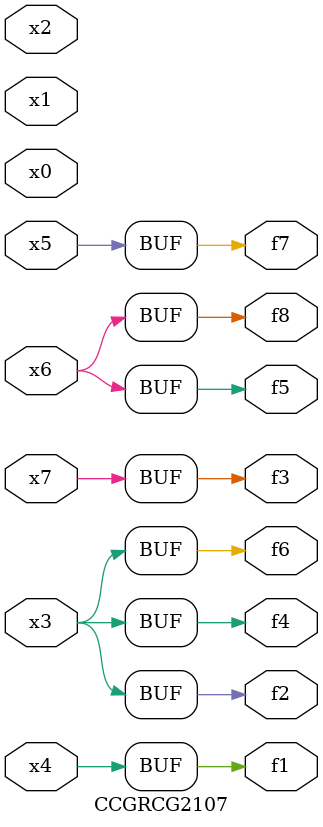
<source format=v>
module CCGRCG2107(
	input x0, x1, x2, x3, x4, x5, x6, x7,
	output f1, f2, f3, f4, f5, f6, f7, f8
);
	assign f1 = x4;
	assign f2 = x3;
	assign f3 = x7;
	assign f4 = x3;
	assign f5 = x6;
	assign f6 = x3;
	assign f7 = x5;
	assign f8 = x6;
endmodule

</source>
